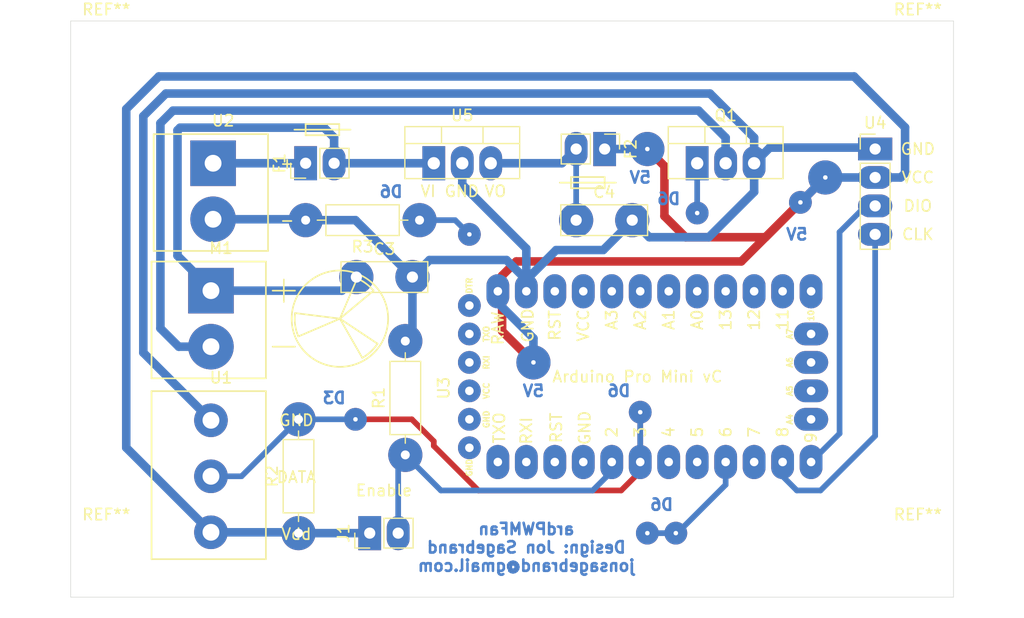
<source format=kicad_pcb>
(kicad_pcb (version 20171130) (host pcbnew 5.1.9-73d0e3b20d~88~ubuntu18.04.1)

  (general
    (thickness 1.6)
    (drawings 13)
    (tracks 128)
    (zones 0)
    (modules 19)
    (nets 39)
  )

  (page A4)
  (layers
    (0 F.Cu signal)
    (31 B.Cu signal)
    (32 B.Adhes user)
    (33 F.Adhes user)
    (34 B.Paste user)
    (35 F.Paste user)
    (36 B.SilkS user)
    (37 F.SilkS user)
    (38 B.Mask user)
    (39 F.Mask user)
    (40 Dwgs.User user)
    (41 Cmts.User user)
    (42 Eco1.User user)
    (43 Eco2.User user)
    (44 Edge.Cuts user)
    (45 Margin user)
    (46 B.CrtYd user)
    (47 F.CrtYd user)
    (48 B.Fab user)
    (49 F.Fab user)
  )

  (setup
    (last_trace_width 0.508)
    (trace_clearance 0.762)
    (zone_clearance 0.508)
    (zone_45_only no)
    (trace_min 0.2)
    (via_size 2.032)
    (via_drill 0.4)
    (via_min_size 0.4)
    (via_min_drill 0.3)
    (uvia_size 0.3)
    (uvia_drill 0.1)
    (uvias_allowed no)
    (uvia_min_size 0.2)
    (uvia_min_drill 0.1)
    (edge_width 0.05)
    (segment_width 0.2)
    (pcb_text_width 0.3)
    (pcb_text_size 1.5 1.5)
    (mod_edge_width 0.12)
    (mod_text_size 1 1)
    (mod_text_width 0.15)
    (pad_size 1.524 1.524)
    (pad_drill 0.762)
    (pad_to_mask_clearance 0)
    (aux_axis_origin 0 0)
    (visible_elements FFFFFF7F)
    (pcbplotparams
      (layerselection 0x010fc_ffffffff)
      (usegerberextensions false)
      (usegerberattributes true)
      (usegerberadvancedattributes true)
      (creategerberjobfile true)
      (excludeedgelayer true)
      (linewidth 0.100000)
      (plotframeref false)
      (viasonmask false)
      (mode 1)
      (useauxorigin false)
      (hpglpennumber 1)
      (hpglpenspeed 20)
      (hpglpendiameter 15.000000)
      (psnegative false)
      (psa4output false)
      (plotreference true)
      (plotvalue true)
      (plotinvisibletext false)
      (padsonsilk false)
      (subtractmaskfromsilk false)
      (outputformat 1)
      (mirror false)
      (drillshape 1)
      (scaleselection 1)
      (outputdirectory ""))
  )

  (net 0 "")
  (net 1 GND)
  (net 2 +12Vf)
  (net 3 "Net-(C4-Pad1)")
  (net 4 +12V)
  (net 5 +5V)
  (net 6 "Net-(J1-Pad2)")
  (net 7 "Net-(M1-Pad2)")
  (net 8 "Net-(Q1-Pad1)")
  (net 9 "Net-(R2-Pad2)")
  (net 10 "Net-(U3-Pad28)")
  (net 11 "Net-(U3-Pad27)")
  (net 12 "Net-(U3-Pad26)")
  (net 13 "Net-(U3-Pad25)")
  (net 14 "Net-(U3-Pad34)")
  (net 15 "Net-(U3-Pad33)")
  (net 16 "Net-(U3-Pad32)")
  (net 17 "Net-(U3-Pad31)")
  (net 18 "Net-(U3-Pad30)")
  (net 19 "Net-(U3-Pad29)")
  (net 20 "Net-(U3-Pad24)")
  (net 21 "Net-(U3-Pad23)")
  (net 22 "Net-(U3-Pad22)")
  (net 23 "Net-(U3-Pad21)")
  (net 24 "Net-(U3-Pad20)")
  (net 25 "Net-(U3-Pad19)")
  (net 26 "Net-(U3-Pad18)")
  (net 27 "Net-(U3-Pad17)")
  (net 28 "Net-(U3-Pad16)")
  (net 29 "Net-(U3-Pad15)")
  (net 30 "Net-(U3-Pad12)")
  (net 31 "Net-(U3-Pad11)")
  (net 32 "Net-(U3-Pad10)")
  (net 33 "Net-(U3-Pad8)")
  (net 34 "Net-(U3-Pad7)")
  (net 35 "Net-(U3-Pad4)")
  (net 36 "Net-(U3-Pad3)")
  (net 37 "Net-(U3-Pad2)")
  (net 38 "Net-(U3-Pad1)")

  (net_class Default "This is the default net class."
    (clearance 0.762)
    (trace_width 0.508)
    (via_dia 2.032)
    (via_drill 0.4)
    (uvia_dia 0.3)
    (uvia_drill 0.1)
    (add_net "Net-(J1-Pad2)")
    (add_net "Net-(Q1-Pad1)")
    (add_net "Net-(R2-Pad2)")
    (add_net "Net-(U3-Pad1)")
    (add_net "Net-(U3-Pad10)")
    (add_net "Net-(U3-Pad11)")
    (add_net "Net-(U3-Pad12)")
    (add_net "Net-(U3-Pad15)")
    (add_net "Net-(U3-Pad16)")
    (add_net "Net-(U3-Pad17)")
    (add_net "Net-(U3-Pad18)")
    (add_net "Net-(U3-Pad19)")
    (add_net "Net-(U3-Pad2)")
    (add_net "Net-(U3-Pad20)")
    (add_net "Net-(U3-Pad21)")
    (add_net "Net-(U3-Pad22)")
    (add_net "Net-(U3-Pad23)")
    (add_net "Net-(U3-Pad24)")
    (add_net "Net-(U3-Pad25)")
    (add_net "Net-(U3-Pad26)")
    (add_net "Net-(U3-Pad27)")
    (add_net "Net-(U3-Pad28)")
    (add_net "Net-(U3-Pad29)")
    (add_net "Net-(U3-Pad3)")
    (add_net "Net-(U3-Pad30)")
    (add_net "Net-(U3-Pad31)")
    (add_net "Net-(U3-Pad32)")
    (add_net "Net-(U3-Pad33)")
    (add_net "Net-(U3-Pad34)")
    (add_net "Net-(U3-Pad4)")
    (add_net "Net-(U3-Pad7)")
    (add_net "Net-(U3-Pad8)")
  )

  (net_class 30 ""
    (clearance 0.762)
    (trace_width 0.762)
    (via_dia 3.048)
    (via_drill 0.4)
    (uvia_dia 0.3)
    (uvia_drill 0.1)
    (add_net +12V)
    (add_net +12Vf)
    (add_net +5V)
    (add_net GND)
    (add_net "Net-(C4-Pad1)")
    (add_net "Net-(M1-Pad2)")
  )

  (module MountingHole:MountingHole_3.2mm_M3 (layer F.Cu) (tedit 56D1B4CB) (tstamp 6007C0B1)
    (at 207.645 114.935)
    (descr "Mounting Hole 3.2mm, no annular, M3")
    (tags "mounting hole 3.2mm no annular m3")
    (attr virtual)
    (fp_text reference REF** (at 0 -4.2) (layer F.SilkS)
      (effects (font (size 1 1) (thickness 0.15)))
    )
    (fp_text value MountingHole_3.2mm_M3 (at 0 4.2) (layer F.Fab)
      (effects (font (size 1 1) (thickness 0.15)))
    )
    (fp_circle (center 0 0) (end 3.45 0) (layer F.CrtYd) (width 0.05))
    (fp_circle (center 0 0) (end 3.2 0) (layer Cmts.User) (width 0.15))
    (fp_text user %R (at 0.3 0) (layer F.Fab)
      (effects (font (size 1 1) (thickness 0.15)))
    )
    (pad 1 np_thru_hole circle (at 0 0) (size 3.2 3.2) (drill 3.2) (layers *.Cu *.Mask))
  )

  (module MountingHole:MountingHole_3.2mm_M3 (layer F.Cu) (tedit 56D1B4CB) (tstamp 6007C094)
    (at 135.255 114.935)
    (descr "Mounting Hole 3.2mm, no annular, M3")
    (tags "mounting hole 3.2mm no annular m3")
    (attr virtual)
    (fp_text reference REF** (at 0 -4.2) (layer F.SilkS)
      (effects (font (size 1 1) (thickness 0.15)))
    )
    (fp_text value MountingHole_3.2mm_M3 (at 0 4.2) (layer F.Fab)
      (effects (font (size 1 1) (thickness 0.15)))
    )
    (fp_circle (center 0 0) (end 3.45 0) (layer F.CrtYd) (width 0.05))
    (fp_circle (center 0 0) (end 3.2 0) (layer Cmts.User) (width 0.15))
    (fp_text user %R (at 0.3 0) (layer F.Fab)
      (effects (font (size 1 1) (thickness 0.15)))
    )
    (pad 1 np_thru_hole circle (at 0 0) (size 3.2 3.2) (drill 3.2) (layers *.Cu *.Mask))
  )

  (module MountingHole:MountingHole_3.2mm_M3 (layer F.Cu) (tedit 56D1B4CB) (tstamp 6007C077)
    (at 207.645 69.85)
    (descr "Mounting Hole 3.2mm, no annular, M3")
    (tags "mounting hole 3.2mm no annular m3")
    (attr virtual)
    (fp_text reference REF** (at 0 -4.2) (layer F.SilkS)
      (effects (font (size 1 1) (thickness 0.15)))
    )
    (fp_text value MountingHole_3.2mm_M3 (at 0 4.2) (layer F.Fab)
      (effects (font (size 1 1) (thickness 0.15)))
    )
    (fp_circle (center 0 0) (end 3.45 0) (layer F.CrtYd) (width 0.05))
    (fp_circle (center 0 0) (end 3.2 0) (layer Cmts.User) (width 0.15))
    (fp_text user %R (at 0.3 0) (layer F.Fab)
      (effects (font (size 1 1) (thickness 0.15)))
    )
    (pad 1 np_thru_hole circle (at 0 0) (size 3.2 3.2) (drill 3.2) (layers *.Cu *.Mask))
  )

  (module MountingHole:MountingHole_3.2mm_M3 (layer F.Cu) (tedit 56D1B4CB) (tstamp 6007C05A)
    (at 135.255 69.85)
    (descr "Mounting Hole 3.2mm, no annular, M3")
    (tags "mounting hole 3.2mm no annular m3")
    (attr virtual)
    (fp_text reference REF** (at 0 -4.2) (layer F.SilkS)
      (effects (font (size 1 1) (thickness 0.15)))
    )
    (fp_text value MountingHole_3.2mm_M3 (at 0 4.2) (layer F.Fab)
      (effects (font (size 1 1) (thickness 0.15)))
    )
    (fp_circle (center 0 0) (end 3.45 0) (layer F.CrtYd) (width 0.05))
    (fp_circle (center 0 0) (end 3.2 0) (layer Cmts.User) (width 0.15))
    (fp_text user %R (at 0.3 0) (layer F.Fab)
      (effects (font (size 1 1) (thickness 0.15)))
    )
    (pad 1 np_thru_hole circle (at 0 0) (size 3.2 3.2) (drill 3.2) (layers *.Cu *.Mask))
  )

  (module My_Parts:LM7805_TO-220-3_Vertical_larger (layer F.Cu) (tedit 5EAC9CE9) (tstamp 6007A7DC)
    (at 164.465 79.375)
    (descr "TO-220-3, Vertical, RM 2.54mm, see https://www.vishay.com/docs/66542/to-220-1.pdf")
    (tags "TO-220-3 Vertical RM 2.54mm")
    (path /5FE5EB72)
    (fp_text reference U5 (at 2.54 -4.27) (layer F.SilkS)
      (effects (font (size 1 1) (thickness 0.15)))
    )
    (fp_text value L7805 (at 2 -6) (layer F.Fab) hide
      (effects (font (size 1 1) (thickness 0.15)))
    )
    (fp_line (start 7.79 -3.4) (end -2.71 -3.4) (layer F.CrtYd) (width 0.05))
    (fp_line (start 7.79 1.51) (end 7.79 -3.4) (layer F.CrtYd) (width 0.05))
    (fp_line (start -2.71 1.51) (end 7.79 1.51) (layer F.CrtYd) (width 0.05))
    (fp_line (start -2.71 -3.4) (end -2.71 1.51) (layer F.CrtYd) (width 0.05))
    (fp_line (start 4.391 -3.27) (end 4.391 -1.76) (layer F.SilkS) (width 0.12))
    (fp_line (start 0.69 -3.27) (end 0.69 -1.76) (layer F.SilkS) (width 0.12))
    (fp_line (start -2.58 -1.76) (end 7.66 -1.76) (layer F.SilkS) (width 0.12))
    (fp_line (start 7.66 -3.27) (end 7.66 1.371) (layer F.SilkS) (width 0.12))
    (fp_line (start -2.58 -3.27) (end -2.58 1.371) (layer F.SilkS) (width 0.12))
    (fp_line (start -2.58 1.371) (end 7.66 1.371) (layer F.SilkS) (width 0.12))
    (fp_line (start -2.58 -3.27) (end 7.66 -3.27) (layer F.SilkS) (width 0.12))
    (fp_line (start 4.39 -3.15) (end 4.39 -1.88) (layer F.Fab) (width 0.1))
    (fp_line (start 0.69 -3.15) (end 0.69 -1.88) (layer F.Fab) (width 0.1))
    (fp_line (start -2.46 -1.88) (end 7.54 -1.88) (layer F.Fab) (width 0.1))
    (fp_line (start 7.54 -3.15) (end -2.46 -3.15) (layer F.Fab) (width 0.1))
    (fp_line (start 7.54 1.25) (end 7.54 -3.15) (layer F.Fab) (width 0.1))
    (fp_line (start -2.46 1.25) (end 7.54 1.25) (layer F.Fab) (width 0.1))
    (fp_line (start -2.46 -3.15) (end -2.46 1.25) (layer F.Fab) (width 0.1))
    (fp_text user VO (at 5.5 2.5) (layer F.SilkS)
      (effects (font (size 1 1) (thickness 0.15)))
    )
    (fp_text user GND (at 2.5 2.5) (layer F.SilkS)
      (effects (font (size 1 1) (thickness 0.15)))
    )
    (fp_text user VI (at -0.5 2.5) (layer F.SilkS)
      (effects (font (size 1 1) (thickness 0.15)))
    )
    (fp_text user %R (at 2.54 -4.27) (layer F.Fab)
      (effects (font (size 1 1) (thickness 0.15)))
    )
    (pad 3 thru_hole oval (at 5.08 0) (size 2.032 3.048) (drill 1.1) (layers *.Cu *.Mask)
      (net 3 "Net-(C4-Pad1)"))
    (pad 2 thru_hole oval (at 2.54 0) (size 2.032 3.048) (drill 1.1) (layers *.Cu *.Mask)
      (net 1 GND))
    (pad 1 thru_hole rect (at 0 0) (size 2.032 3.048) (drill 1.1) (layers *.Cu *.Mask)
      (net 2 +12Vf))
    (model ${KISYS3DMOD}/Package_TO_SOT_THT.3dshapes/TO-220-3_Vertical.wrl
      (at (xyz 0 0 0))
      (scale (xyz 1 1 1))
      (rotate (xyz 0 0 0))
    )
  )

  (module My_Headers:4-pin_TM1637_header_large (layer F.Cu) (tedit 5FE5F714) (tstamp 6007A7BF)
    (at 203.835 78.105)
    (descr "Through hole straight pin header, 1x04, 2.54mm pitch, single row")
    (tags "Through hole pin header THT 1x04 2.54mm single row")
    (path /5FEF9893)
    (fp_text reference U4 (at 0 -2.33) (layer F.SilkS)
      (effects (font (size 1 1) (thickness 0.15)))
    )
    (fp_text value TM1637_4x7-segment_display (at 0 9.95) (layer F.Fab) hide
      (effects (font (size 1 1) (thickness 0.15)))
    )
    (fp_line (start 1.8 -1.8) (end -1.8 -1.8) (layer F.CrtYd) (width 0.05))
    (fp_line (start 1.8 9.4) (end 1.8 -1.8) (layer F.CrtYd) (width 0.05))
    (fp_line (start -1.8 9.4) (end 1.8 9.4) (layer F.CrtYd) (width 0.05))
    (fp_line (start -1.8 -1.8) (end -1.8 9.4) (layer F.CrtYd) (width 0.05))
    (fp_line (start -1.33 -1.33) (end 0 -1.33) (layer F.SilkS) (width 0.12))
    (fp_line (start -1.33 0) (end -1.33 -1.33) (layer F.SilkS) (width 0.12))
    (fp_line (start -1.33 1.27) (end 1.33 1.27) (layer F.SilkS) (width 0.12))
    (fp_line (start 1.33 1.27) (end 1.33 8.95) (layer F.SilkS) (width 0.12))
    (fp_line (start -1.33 1.27) (end -1.33 8.95) (layer F.SilkS) (width 0.12))
    (fp_line (start -1.33 8.95) (end 1.33 8.95) (layer F.SilkS) (width 0.12))
    (fp_line (start -1.27 -0.635) (end -0.635 -1.27) (layer F.Fab) (width 0.1))
    (fp_line (start -1.27 8.89) (end -1.27 -0.635) (layer F.Fab) (width 0.1))
    (fp_line (start 1.27 8.89) (end -1.27 8.89) (layer F.Fab) (width 0.1))
    (fp_line (start 1.27 -1.27) (end 1.27 8.89) (layer F.Fab) (width 0.1))
    (fp_line (start -0.635 -1.27) (end 1.27 -1.27) (layer F.Fab) (width 0.1))
    (fp_text user CLK (at 3.81 7.62) (layer F.SilkS)
      (effects (font (size 1 1) (thickness 0.15)))
    )
    (fp_text user DIO (at 3.81 5.08) (layer F.SilkS)
      (effects (font (size 1 1) (thickness 0.15)))
    )
    (fp_text user VCC (at 3.81 2.54) (layer F.SilkS)
      (effects (font (size 1 1) (thickness 0.15)))
    )
    (fp_text user GND (at 3.81 0) (layer F.SilkS)
      (effects (font (size 1 1) (thickness 0.15)))
    )
    (pad 4 thru_hole oval (at 0 7.62) (size 3.048 2.032) (drill 1) (layers *.Cu *.Mask)
      (net 31 "Net-(U3-Pad11)"))
    (pad 3 thru_hole oval (at 0 5.08) (size 3.048 2.032) (drill 1) (layers *.Cu *.Mask)
      (net 30 "Net-(U3-Pad12)"))
    (pad 2 thru_hole oval (at 0 2.54) (size 3.048 2.032) (drill 1) (layers *.Cu *.Mask)
      (net 5 +5V))
    (pad 1 thru_hole rect (at 0 0) (size 3.048 2.032) (drill 1) (layers *.Cu *.Mask)
      (net 1 GND))
    (model ${KISYS3DMOD}/Connector_PinHeader_2.54mm.3dshapes/PinHeader_1x04_P2.54mm_Vertical.wrl
      (at (xyz 0 0 0))
      (scale (xyz 1 1 1))
      (rotate (xyz 0 0 0))
    )
  )

  (module My_Arduino:Arduino_Pro_Mini_vC_larger_pads (layer F.Cu) (tedit 5E6C2A47) (tstamp 6007A7A4)
    (at 166.243 107.315 90)
    (path /5FE5DD9A)
    (fp_text reference U3 (at 7.874 -0.889 90) (layer F.SilkS)
      (effects (font (size 1 1) (thickness 0.15)))
    )
    (fp_text value Arduino_Mini_Pro (at 7.874 -2.159 90) (layer F.Fab) hide
      (effects (font (size 1 1) (thickness 0.15)))
    )
    (fp_line (start 0 33.274) (end 0 0) (layer F.Fab) (width 0.12))
    (fp_line (start 18.034 33.274) (end 0 33.274) (layer F.Fab) (width 0.12))
    (fp_line (start 18.034 0) (end 18.034 33.274) (layer F.Fab) (width 0.12))
    (fp_line (start 0 0) (end 18.034 0) (layer F.Fab) (width 0.12))
    (fp_text user "Arduino Pro Mini vC" (at 8.89 16.383 180) (layer F.SilkS)
      (effects (font (size 1 1) (thickness 0.15)))
    )
    (fp_text user A7 (at 12.7 29.972 90) (layer F.SilkS)
      (effects (font (size 0.508 0.508) (thickness 0.127)))
    )
    (fp_text user A6 (at 10.16 29.972 90) (layer F.SilkS)
      (effects (font (size 0.508 0.508) (thickness 0.127)))
    )
    (fp_text user A5 (at 7.62 29.972 90) (layer F.SilkS)
      (effects (font (size 0.508 0.508) (thickness 0.127)))
    )
    (fp_text user A4 (at 5.08 29.972 90) (layer F.SilkS)
      (effects (font (size 0.508 0.508) (thickness 0.127)))
    )
    (fp_text user GND (at 0.762 1.397 90) (layer F.SilkS)
      (effects (font (size 0.508 0.508) (thickness 0.127)))
    )
    (fp_text user DTR (at 17.018 1.397 90) (layer F.SilkS)
      (effects (font (size 0.508 0.508) (thickness 0.127)))
    )
    (fp_text user TXO (at 12.7 2.921 90) (layer F.SilkS)
      (effects (font (size 0.508 0.508) (thickness 0.127)))
    )
    (fp_text user RXI (at 10.16 2.921 90) (layer F.SilkS)
      (effects (font (size 0.508 0.508) (thickness 0.127)))
    )
    (fp_text user VCC (at 7.62 2.921 90) (layer F.SilkS)
      (effects (font (size 0.508 0.508) (thickness 0.127)))
    )
    (fp_text user GND (at 5.08 2.921 90) (layer F.SilkS)
      (effects (font (size 0.508 0.508) (thickness 0.127)))
    )
    (fp_text user 10 (at 14.351 31.877 90) (layer F.SilkS)
      (effects (font (size 0.508 0.508) (thickness 0.127)))
    )
    (fp_text user 11 (at 13.97 29.337 90) (layer F.SilkS)
      (effects (font (size 1 1) (thickness 0.15)))
    )
    (fp_text user 12 (at 13.97 26.797 90) (layer F.SilkS)
      (effects (font (size 1 1) (thickness 0.15)))
    )
    (fp_text user 13 (at 13.97 24.257 90) (layer F.SilkS)
      (effects (font (size 1 1) (thickness 0.15)))
    )
    (fp_text user A0 (at 13.97 21.717 90) (layer F.SilkS)
      (effects (font (size 1 1) (thickness 0.15)))
    )
    (fp_text user A1 (at 13.97 19.177 90) (layer F.SilkS)
      (effects (font (size 1 1) (thickness 0.15)))
    )
    (fp_text user A2 (at 13.97 16.637 90) (layer F.SilkS)
      (effects (font (size 1 1) (thickness 0.15)))
    )
    (fp_text user A3 (at 13.97 14.097 90) (layer F.SilkS)
      (effects (font (size 1 1) (thickness 0.15)))
    )
    (fp_text user VCC (at 13.462 11.557 90) (layer F.SilkS)
      (effects (font (size 1 1) (thickness 0.15)))
    )
    (fp_text user RST (at 13.462 9.017 90) (layer F.SilkS)
      (effects (font (size 1 1) (thickness 0.15)))
    )
    (fp_text user GND (at 13.462 6.604 90) (layer F.SilkS)
      (effects (font (size 1 1) (thickness 0.15)))
    )
    (fp_text user RAW (at 13.208 3.937 90) (layer F.SilkS)
      (effects (font (size 1 1) (thickness 0.15)))
    )
    (fp_text user 9 (at 3.429 31.877 90) (layer F.SilkS)
      (effects (font (size 1 1) (thickness 0.15)))
    )
    (fp_text user 8 (at 3.937 29.337 90) (layer F.SilkS)
      (effects (font (size 1 1) (thickness 0.15)))
    )
    (fp_text user 7 (at 3.937 26.797 90) (layer F.SilkS)
      (effects (font (size 1 1) (thickness 0.15)))
    )
    (fp_text user 6 (at 3.937 24.257 90) (layer F.SilkS)
      (effects (font (size 1 1) (thickness 0.15)))
    )
    (fp_text user 5 (at 3.937 21.717 90) (layer F.SilkS)
      (effects (font (size 1 1) (thickness 0.15)))
    )
    (fp_text user 4 (at 3.937 19.177 90) (layer F.SilkS)
      (effects (font (size 1 1) (thickness 0.15)))
    )
    (fp_text user 3 (at 3.937 16.637 90) (layer F.SilkS)
      (effects (font (size 1 1) (thickness 0.15)))
    )
    (fp_text user 2 (at 3.937 14.097 90) (layer F.SilkS)
      (effects (font (size 1 1) (thickness 0.15)))
    )
    (fp_text user GND (at 4.318 11.684 90) (layer F.SilkS)
      (effects (font (size 1 1) (thickness 0.15)))
    )
    (fp_text user RST (at 4.318 9.144 90) (layer F.SilkS)
      (effects (font (size 1 1) (thickness 0.15)))
    )
    (fp_text user RXI (at 4.064 6.477 90) (layer F.SilkS)
      (effects (font (size 1 1) (thickness 0.15)))
    )
    (fp_text user TXO (at 4.318 4.064 90) (layer F.SilkS)
      (effects (font (size 1 1) (thickness 0.15)))
    )
    (pad 28 thru_hole oval (at 12.7 31.877 90) (size 2.032 3.048) (drill 0.762) (layers *.Cu *.Mask)
      (net 10 "Net-(U3-Pad28)"))
    (pad 27 thru_hole oval (at 10.16 31.877 90) (size 2.032 3.048) (drill 0.762) (layers *.Cu *.Mask)
      (net 11 "Net-(U3-Pad27)"))
    (pad 26 thru_hole oval (at 7.62 31.877 90) (size 2.032 3.048) (drill 0.762) (layers *.Cu *.Mask)
      (net 12 "Net-(U3-Pad26)"))
    (pad 25 thru_hole oval (at 5.08 31.877 90) (size 2.032 3.048) (drill 0.762) (layers *.Cu *.Mask)
      (net 13 "Net-(U3-Pad25)"))
    (pad 34 thru_hole oval (at 15.24 1.397 90) (size 2.032 2.032) (drill 0.762) (layers *.Cu *.Mask)
      (net 14 "Net-(U3-Pad34)"))
    (pad 33 thru_hole oval (at 12.7 1.397 90) (size 2.032 2.032) (drill 0.762) (layers *.Cu *.Mask)
      (net 15 "Net-(U3-Pad33)"))
    (pad 32 thru_hole oval (at 10.16 1.397 90) (size 2.032 2.032) (drill 0.762) (layers *.Cu *.Mask)
      (net 16 "Net-(U3-Pad32)"))
    (pad 31 thru_hole oval (at 7.62 1.397 90) (size 2.032 2.032) (drill 0.762) (layers *.Cu *.Mask)
      (net 17 "Net-(U3-Pad31)"))
    (pad 30 thru_hole oval (at 5.08 1.397 90) (size 2.032 2.032) (drill 0.762) (layers *.Cu *.Mask)
      (net 18 "Net-(U3-Pad30)"))
    (pad 29 thru_hole oval (at 2.54 1.397 90) (size 2.032 2.032) (drill 0.762) (layers *.Cu *.Mask)
      (net 19 "Net-(U3-Pad29)"))
    (pad 24 thru_hole oval (at 16.51 31.877 90) (size 3.048 2.032) (drill 0.762) (layers *.Cu *.Mask)
      (net 20 "Net-(U3-Pad24)"))
    (pad 23 thru_hole oval (at 16.51 29.337 90) (size 3.048 2.032) (drill 0.762) (layers *.Cu *.Mask)
      (net 21 "Net-(U3-Pad23)"))
    (pad 22 thru_hole oval (at 16.51 26.797 90) (size 3.048 2.032) (drill 0.762) (layers *.Cu *.Mask)
      (net 22 "Net-(U3-Pad22)"))
    (pad 21 thru_hole oval (at 16.51 24.257 90) (size 3.048 2.032) (drill 0.762) (layers *.Cu *.Mask)
      (net 23 "Net-(U3-Pad21)"))
    (pad 20 thru_hole oval (at 16.51 21.717 90) (size 3.048 2.032) (drill 0.762) (layers *.Cu *.Mask)
      (net 24 "Net-(U3-Pad20)"))
    (pad 19 thru_hole oval (at 16.51 19.177 90) (size 3.048 2.032) (drill 0.762) (layers *.Cu *.Mask)
      (net 25 "Net-(U3-Pad19)"))
    (pad 18 thru_hole oval (at 16.51 16.637 90) (size 3.048 2.032) (drill 0.762) (layers *.Cu *.Mask)
      (net 26 "Net-(U3-Pad18)"))
    (pad 17 thru_hole oval (at 16.51 14.097 90) (size 3.048 2.032) (drill 0.762) (layers *.Cu *.Mask)
      (net 27 "Net-(U3-Pad17)"))
    (pad 16 thru_hole oval (at 16.51 11.557 90) (size 3.048 2.032) (drill 0.762) (layers *.Cu *.Mask)
      (net 28 "Net-(U3-Pad16)"))
    (pad 15 thru_hole oval (at 16.51 9.017 90) (size 3.048 2.032) (drill 0.762) (layers *.Cu *.Mask)
      (net 29 "Net-(U3-Pad15)"))
    (pad 14 thru_hole oval (at 16.51 6.477 90) (size 3.048 2.032) (drill 0.762) (layers *.Cu *.Mask)
      (net 1 GND))
    (pad 13 thru_hole oval (at 16.51 3.937 90) (size 3.048 2.032) (drill 0.762) (layers *.Cu *.Mask)
      (net 5 +5V))
    (pad 12 thru_hole oval (at 1.27 31.877 90) (size 3.048 2.032) (drill 0.762) (layers *.Cu *.Mask)
      (net 30 "Net-(U3-Pad12)"))
    (pad 11 thru_hole oval (at 1.27 29.337 90) (size 3.048 2.032) (drill 0.762) (layers *.Cu *.Mask)
      (net 31 "Net-(U3-Pad11)"))
    (pad 10 thru_hole oval (at 1.27 26.797 90) (size 3.048 2.032) (drill 0.762) (layers *.Cu *.Mask)
      (net 32 "Net-(U3-Pad10)"))
    (pad 9 thru_hole oval (at 1.27 24.257 90) (size 3.048 2.032) (drill 0.762) (layers *.Cu *.Mask)
      (net 8 "Net-(Q1-Pad1)"))
    (pad 8 thru_hole oval (at 1.27 21.717 90) (size 3.048 2.032) (drill 0.762) (layers *.Cu *.Mask)
      (net 33 "Net-(U3-Pad8)"))
    (pad 7 thru_hole oval (at 1.27 19.177 90) (size 3.048 2.032) (drill 0.762) (layers *.Cu *.Mask)
      (net 34 "Net-(U3-Pad7)"))
    (pad 6 thru_hole oval (at 1.27 16.637 90) (size 3.048 2.032) (drill 0.762) (layers *.Cu *.Mask)
      (net 9 "Net-(R2-Pad2)"))
    (pad 5 thru_hole oval (at 1.27 14.097 90) (size 3.048 2.032) (drill 0.762) (layers *.Cu *.Mask)
      (net 6 "Net-(J1-Pad2)"))
    (pad 4 thru_hole oval (at 1.27 11.557 90) (size 3.048 2.032) (drill 0.762) (layers *.Cu *.Mask)
      (net 35 "Net-(U3-Pad4)"))
    (pad 3 thru_hole oval (at 1.27 9.017 90) (size 3.048 2.032) (drill 0.762) (layers *.Cu *.Mask)
      (net 36 "Net-(U3-Pad3)"))
    (pad 2 thru_hole oval (at 1.27 6.477 90) (size 3.048 2.032) (drill 0.762) (layers *.Cu *.Mask)
      (net 37 "Net-(U3-Pad2)"))
    (pad 1 thru_hole oval (at 1.27 3.937 90) (size 3.048 2.032) (drill 0.762) (layers *.Cu *.Mask)
      (net 38 "Net-(U3-Pad1)"))
  )

  (module My_Parts:2-pole_power_in_screw_terminal (layer F.Cu) (tedit 5EB720AC) (tstamp 6007A757)
    (at 144.78 79.375)
    (path /5FFBC0C9)
    (fp_text reference U2 (at 0.9 -3.8) (layer F.SilkS)
      (effects (font (size 1 1) (thickness 0.15)))
    )
    (fp_text value 2-pole_power_in_screw_terminal (at 0.9 -5.3) (layer F.Fab) hide
      (effects (font (size 1 1) (thickness 0.15)))
    )
    (fp_line (start 4.9 -2.6) (end 4.9 7.828) (layer F.SilkS) (width 0.15))
    (fp_line (start -5.3 -2.6) (end -5.3 7.828) (layer F.SilkS) (width 0.15))
    (fp_line (start 4.9 7.828) (end -5.3 7.828) (layer F.SilkS) (width 0.15))
    (fp_line (start -5.3 -2.6) (end 4.9 -2.6) (layer F.SilkS) (width 0.15))
    (fp_text user + (at 6.604 0) (layer F.SilkS)
      (effects (font (size 1 1) (thickness 0.15)))
    )
    (fp_text user - (at 6.604 5.08) (layer F.SilkS)
      (effects (font (size 1 1) (thickness 0.15)))
    )
    (pad 1 thru_hole rect (at 0 0) (size 4.064 4.064) (drill 1.5) (layers *.Cu *.Mask)
      (net 4 +12V))
    (pad 2 thru_hole circle (at 0 5) (size 4.064 4.064) (drill 1.5) (layers *.Cu *.Mask)
      (net 1 GND))
  )

  (module My_Parts:3-pole_DS18B20_screw_terminal (layer F.Cu) (tedit 6007468A) (tstamp 6007A74B)
    (at 144.59 102.32)
    (path /600BD0D3)
    (fp_text reference U1 (at 0.9 -3.8) (layer F.SilkS)
      (effects (font (size 1 1) (thickness 0.15)))
    )
    (fp_text value DS18B20 (at 0 13.97) (layer F.Fab) hide
      (effects (font (size 1 1) (thickness 0.15)))
    )
    (fp_line (start 4.9 -2.6) (end 4.9 12.4) (layer F.SilkS) (width 0.15))
    (fp_line (start 4.9 12.4) (end -5.3 12.4) (layer F.SilkS) (width 0.15))
    (fp_line (start -5.3 12.4) (end -5.3 -2.6) (layer F.SilkS) (width 0.15))
    (fp_line (start -5.3 -2.6) (end 4.9 -2.6) (layer F.SilkS) (width 0.15))
    (fp_text user Vdd (at 7.62 10.16) (layer F.SilkS)
      (effects (font (size 1 1) (thickness 0.15)))
    )
    (fp_text user DATA (at 7.62 5.08) (layer F.SilkS)
      (effects (font (size 1 1) (thickness 0.15)))
    )
    (fp_text user GND (at 7.62 0) (layer F.SilkS)
      (effects (font (size 1 1) (thickness 0.15)))
    )
    (pad 3 thru_hole circle (at 0 10) (size 3 3) (drill 1.5) (layers *.Cu *.Mask)
      (net 5 +5V))
    (pad 2 thru_hole circle (at 0 5) (size 3 3) (drill 1.5) (layers *.Cu *.Mask)
      (net 9 "Net-(R2-Pad2)"))
    (pad 1 thru_hole circle (at 0 0) (size 3 3) (drill 1.5) (layers *.Cu *.Mask)
      (net 1 GND))
  )

  (module My_Misc:R_Axial_DIN0207_L6.3mm_D2.5mm_P10.16mm_Horizontal_larger_pads (layer F.Cu) (tedit 5E4D8416) (tstamp 6007A73D)
    (at 163.195 84.455 180)
    (descr "Resistor, Axial_DIN0207 series, Axial, Horizontal, pin pitch=10.16mm, 0.25W = 1/4W, length*diameter=6.3*2.5mm^2, http://cdn-reichelt.de/documents/datenblatt/B400/1_4W%23YAG.pdf")
    (tags "Resistor Axial_DIN0207 series Axial Horizontal pin pitch 10.16mm 0.25W = 1/4W length 6.3mm diameter 2.5mm")
    (path /5FE8B6A2)
    (fp_text reference R3 (at 5.08 -2.37) (layer F.SilkS)
      (effects (font (size 1 1) (thickness 0.15)))
    )
    (fp_text value 10k (at 5.08 2.37) (layer F.Fab) hide
      (effects (font (size 1 1) (thickness 0.15)))
    )
    (fp_line (start 11.21 -1.5) (end -1.05 -1.5) (layer F.CrtYd) (width 0.05))
    (fp_line (start 11.21 1.5) (end 11.21 -1.5) (layer F.CrtYd) (width 0.05))
    (fp_line (start -1.05 1.5) (end 11.21 1.5) (layer F.CrtYd) (width 0.05))
    (fp_line (start -1.05 -1.5) (end -1.05 1.5) (layer F.CrtYd) (width 0.05))
    (fp_line (start 9.12 0) (end 8.35 0) (layer F.SilkS) (width 0.12))
    (fp_line (start 1.04 0) (end 1.81 0) (layer F.SilkS) (width 0.12))
    (fp_line (start 8.35 -1.37) (end 1.81 -1.37) (layer F.SilkS) (width 0.12))
    (fp_line (start 8.35 1.37) (end 8.35 -1.37) (layer F.SilkS) (width 0.12))
    (fp_line (start 1.81 1.37) (end 8.35 1.37) (layer F.SilkS) (width 0.12))
    (fp_line (start 1.81 -1.37) (end 1.81 1.37) (layer F.SilkS) (width 0.12))
    (fp_line (start 10.16 0) (end 8.23 0) (layer F.Fab) (width 0.1))
    (fp_line (start 0 0) (end 1.93 0) (layer F.Fab) (width 0.1))
    (fp_line (start 8.23 -1.25) (end 1.93 -1.25) (layer F.Fab) (width 0.1))
    (fp_line (start 8.23 1.25) (end 8.23 -1.25) (layer F.Fab) (width 0.1))
    (fp_line (start 1.93 1.25) (end 8.23 1.25) (layer F.Fab) (width 0.1))
    (fp_line (start 1.93 -1.25) (end 1.93 1.25) (layer F.Fab) (width 0.1))
    (fp_text user %R (at 5.08 0) (layer F.Fab)
      (effects (font (size 1 1) (thickness 0.15)))
    )
    (pad 2 thru_hole circle (at 10.16 0 180) (size 3.048 3.048) (drill 0.8) (layers *.Cu *.Mask)
      (net 1 GND))
    (pad 1 thru_hole circle (at 0 0 180) (size 3.048 3.048) (drill 0.8) (layers *.Cu *.Mask)
      (net 8 "Net-(Q1-Pad1)"))
    (model ${KISYS3DMOD}/Resistor_THT.3dshapes/R_Axial_DIN0207_L6.3mm_D2.5mm_P10.16mm_Horizontal.wrl
      (at (xyz 0 0 0))
      (scale (xyz 1 1 1))
      (rotate (xyz 0 0 0))
    )
  )

  (module My_Misc:R_Axial_DIN0207_L6.3mm_D2.5mm_P10.16mm_Horizontal_larger_pads (layer F.Cu) (tedit 5E4D8416) (tstamp 6007A726)
    (at 152.4 112.395 90)
    (descr "Resistor, Axial_DIN0207 series, Axial, Horizontal, pin pitch=10.16mm, 0.25W = 1/4W, length*diameter=6.3*2.5mm^2, http://cdn-reichelt.de/documents/datenblatt/B400/1_4W%23YAG.pdf")
    (tags "Resistor Axial_DIN0207 series Axial Horizontal pin pitch 10.16mm 0.25W = 1/4W length 6.3mm diameter 2.5mm")
    (path /600D1D11)
    (fp_text reference R2 (at 5.08 -2.37 90) (layer F.SilkS)
      (effects (font (size 1 1) (thickness 0.15)))
    )
    (fp_text value 4.7k (at 5.08 2.37 90) (layer F.Fab) hide
      (effects (font (size 1 1) (thickness 0.15)))
    )
    (fp_line (start 11.21 -1.5) (end -1.05 -1.5) (layer F.CrtYd) (width 0.05))
    (fp_line (start 11.21 1.5) (end 11.21 -1.5) (layer F.CrtYd) (width 0.05))
    (fp_line (start -1.05 1.5) (end 11.21 1.5) (layer F.CrtYd) (width 0.05))
    (fp_line (start -1.05 -1.5) (end -1.05 1.5) (layer F.CrtYd) (width 0.05))
    (fp_line (start 9.12 0) (end 8.35 0) (layer F.SilkS) (width 0.12))
    (fp_line (start 1.04 0) (end 1.81 0) (layer F.SilkS) (width 0.12))
    (fp_line (start 8.35 -1.37) (end 1.81 -1.37) (layer F.SilkS) (width 0.12))
    (fp_line (start 8.35 1.37) (end 8.35 -1.37) (layer F.SilkS) (width 0.12))
    (fp_line (start 1.81 1.37) (end 8.35 1.37) (layer F.SilkS) (width 0.12))
    (fp_line (start 1.81 -1.37) (end 1.81 1.37) (layer F.SilkS) (width 0.12))
    (fp_line (start 10.16 0) (end 8.23 0) (layer F.Fab) (width 0.1))
    (fp_line (start 0 0) (end 1.93 0) (layer F.Fab) (width 0.1))
    (fp_line (start 8.23 -1.25) (end 1.93 -1.25) (layer F.Fab) (width 0.1))
    (fp_line (start 8.23 1.25) (end 8.23 -1.25) (layer F.Fab) (width 0.1))
    (fp_line (start 1.93 1.25) (end 8.23 1.25) (layer F.Fab) (width 0.1))
    (fp_line (start 1.93 -1.25) (end 1.93 1.25) (layer F.Fab) (width 0.1))
    (fp_text user %R (at 5.08 0 90) (layer F.Fab)
      (effects (font (size 1 1) (thickness 0.15)))
    )
    (pad 2 thru_hole circle (at 10.16 0 90) (size 3.048 3.048) (drill 0.8) (layers *.Cu *.Mask)
      (net 9 "Net-(R2-Pad2)"))
    (pad 1 thru_hole circle (at 0 0 90) (size 3.048 3.048) (drill 0.8) (layers *.Cu *.Mask)
      (net 5 +5V))
    (model ${KISYS3DMOD}/Resistor_THT.3dshapes/R_Axial_DIN0207_L6.3mm_D2.5mm_P10.16mm_Horizontal.wrl
      (at (xyz 0 0 0))
      (scale (xyz 1 1 1))
      (rotate (xyz 0 0 0))
    )
  )

  (module My_Misc:R_Axial_DIN0207_L6.3mm_D2.5mm_P10.16mm_Horizontal_larger_pads (layer F.Cu) (tedit 5E4D8416) (tstamp 6007A70F)
    (at 161.925 105.41 90)
    (descr "Resistor, Axial_DIN0207 series, Axial, Horizontal, pin pitch=10.16mm, 0.25W = 1/4W, length*diameter=6.3*2.5mm^2, http://cdn-reichelt.de/documents/datenblatt/B400/1_4W%23YAG.pdf")
    (tags "Resistor Axial_DIN0207 series Axial Horizontal pin pitch 10.16mm 0.25W = 1/4W length 6.3mm diameter 2.5mm")
    (path /600B832E)
    (fp_text reference R1 (at 5.08 -2.37 90) (layer F.SilkS)
      (effects (font (size 1 1) (thickness 0.15)))
    )
    (fp_text value 10k (at 5.08 2.37 90) (layer F.Fab) hide
      (effects (font (size 1 1) (thickness 0.15)))
    )
    (fp_line (start 11.21 -1.5) (end -1.05 -1.5) (layer F.CrtYd) (width 0.05))
    (fp_line (start 11.21 1.5) (end 11.21 -1.5) (layer F.CrtYd) (width 0.05))
    (fp_line (start -1.05 1.5) (end 11.21 1.5) (layer F.CrtYd) (width 0.05))
    (fp_line (start -1.05 -1.5) (end -1.05 1.5) (layer F.CrtYd) (width 0.05))
    (fp_line (start 9.12 0) (end 8.35 0) (layer F.SilkS) (width 0.12))
    (fp_line (start 1.04 0) (end 1.81 0) (layer F.SilkS) (width 0.12))
    (fp_line (start 8.35 -1.37) (end 1.81 -1.37) (layer F.SilkS) (width 0.12))
    (fp_line (start 8.35 1.37) (end 8.35 -1.37) (layer F.SilkS) (width 0.12))
    (fp_line (start 1.81 1.37) (end 8.35 1.37) (layer F.SilkS) (width 0.12))
    (fp_line (start 1.81 -1.37) (end 1.81 1.37) (layer F.SilkS) (width 0.12))
    (fp_line (start 10.16 0) (end 8.23 0) (layer F.Fab) (width 0.1))
    (fp_line (start 0 0) (end 1.93 0) (layer F.Fab) (width 0.1))
    (fp_line (start 8.23 -1.25) (end 1.93 -1.25) (layer F.Fab) (width 0.1))
    (fp_line (start 8.23 1.25) (end 8.23 -1.25) (layer F.Fab) (width 0.1))
    (fp_line (start 1.93 1.25) (end 8.23 1.25) (layer F.Fab) (width 0.1))
    (fp_line (start 1.93 -1.25) (end 1.93 1.25) (layer F.Fab) (width 0.1))
    (fp_text user %R (at 5.08 0 90) (layer F.Fab)
      (effects (font (size 1 1) (thickness 0.15)))
    )
    (pad 2 thru_hole circle (at 10.16 0 90) (size 3.048 3.048) (drill 0.8) (layers *.Cu *.Mask)
      (net 1 GND))
    (pad 1 thru_hole circle (at 0 0 90) (size 3.048 3.048) (drill 0.8) (layers *.Cu *.Mask)
      (net 6 "Net-(J1-Pad2)"))
    (model ${KISYS3DMOD}/Resistor_THT.3dshapes/R_Axial_DIN0207_L6.3mm_D2.5mm_P10.16mm_Horizontal.wrl
      (at (xyz 0 0 0))
      (scale (xyz 1 1 1))
      (rotate (xyz 0 0 0))
    )
  )

  (module My_Misc:TO-220-3_Vertical_larger (layer F.Cu) (tedit 5ED7C751) (tstamp 6007A6F8)
    (at 187.96 79.375)
    (descr "TO-220-3, Vertical, RM 2.54mm, see https://www.vishay.com/docs/66542/to-220-1.pdf")
    (tags "TO-220-3 Vertical RM 2.54mm")
    (path /5FF60F83)
    (fp_text reference Q1 (at 2.54 -4.27) (layer F.SilkS)
      (effects (font (size 1 1) (thickness 0.15)))
    )
    (fp_text value 20N6003 (at 2.54 2.5) (layer F.Fab)
      (effects (font (size 1 1) (thickness 0.15)))
    )
    (fp_line (start -2.46 -3.15) (end -2.46 1.25) (layer F.Fab) (width 0.1))
    (fp_line (start -2.46 1.25) (end 7.54 1.25) (layer F.Fab) (width 0.1))
    (fp_line (start 7.54 1.25) (end 7.54 -3.15) (layer F.Fab) (width 0.1))
    (fp_line (start 7.54 -3.15) (end -2.46 -3.15) (layer F.Fab) (width 0.1))
    (fp_line (start -2.46 -1.88) (end 7.54 -1.88) (layer F.Fab) (width 0.1))
    (fp_line (start 0.69 -3.15) (end 0.69 -1.88) (layer F.Fab) (width 0.1))
    (fp_line (start 4.39 -3.15) (end 4.39 -1.88) (layer F.Fab) (width 0.1))
    (fp_line (start -2.58 -3.27) (end 7.66 -3.27) (layer F.SilkS) (width 0.12))
    (fp_line (start -2.58 1.371) (end 7.66 1.371) (layer F.SilkS) (width 0.12))
    (fp_line (start -2.58 -3.27) (end -2.58 1.371) (layer F.SilkS) (width 0.12))
    (fp_line (start 7.66 -3.27) (end 7.66 1.371) (layer F.SilkS) (width 0.12))
    (fp_line (start -2.58 -1.76) (end 7.66 -1.76) (layer F.SilkS) (width 0.12))
    (fp_line (start 0.69 -3.27) (end 0.69 -1.76) (layer F.SilkS) (width 0.12))
    (fp_line (start 4.391 -3.27) (end 4.391 -1.76) (layer F.SilkS) (width 0.12))
    (fp_line (start -2.71 -3.4) (end -2.71 1.51) (layer F.CrtYd) (width 0.05))
    (fp_line (start -2.71 1.51) (end 7.79 1.51) (layer F.CrtYd) (width 0.05))
    (fp_line (start 7.79 1.51) (end 7.79 -3.4) (layer F.CrtYd) (width 0.05))
    (fp_line (start 7.79 -3.4) (end -2.71 -3.4) (layer F.CrtYd) (width 0.05))
    (fp_text user %R (at 2.54 -4.27) (layer F.Fab)
      (effects (font (size 1 1) (thickness 0.15)))
    )
    (pad 3 thru_hole oval (at 5.08 0) (size 2.032 3.048) (drill 1.1) (layers *.Cu *.Mask)
      (net 1 GND))
    (pad 2 thru_hole oval (at 2.54 0) (size 2.032 3.048) (drill 1.1) (layers *.Cu *.Mask)
      (net 7 "Net-(M1-Pad2)"))
    (pad 1 thru_hole rect (at 0 0) (size 2.032 3.048) (drill 1.1) (layers *.Cu *.Mask)
      (net 8 "Net-(Q1-Pad1)"))
    (model ${KISYS3DMOD}/Package_TO_SOT_THT.3dshapes/TO-220-3_Vertical.wrl
      (at (xyz 0 0 0))
      (scale (xyz 1 1 1))
      (rotate (xyz 0 0 0))
    )
  )

  (module My_Parts:2-pole_Fan_power_screw_terminal (layer F.Cu) (tedit 5FE61694) (tstamp 6007A6DE)
    (at 144.59 90.75)
    (path /6009FB2C)
    (fp_text reference M1 (at 0.9 -3.8) (layer F.SilkS)
      (effects (font (size 1 1) (thickness 0.15)))
    )
    (fp_text value Fan (at 0.9 -5.3) (layer F.Fab) hide
      (effects (font (size 1 1) (thickness 0.15)))
    )
    (fp_line (start 11.5 2.5) (end 7.794809 4.08794) (layer F.SilkS) (width 0.15))
    (fp_line (start 11.5 2.5) (end 7.5 2) (layer F.SilkS) (width 0.15))
    (fp_line (start 11.5 2.5) (end 13.5 6) (layer F.SilkS) (width 0.15))
    (fp_line (start 11.5 2.5) (end 14.854101 4.736068) (layer F.SilkS) (width 0.15))
    (fp_line (start 11.5 2.5) (end 14.5 0) (layer F.SilkS) (width 0.15))
    (fp_line (start 13 -1) (end 11.5 2.5) (layer F.SilkS) (width 0.15))
    (fp_circle (center 11.5 2.5) (end 8 0) (layer F.SilkS) (width 0.15))
    (fp_line (start 5.5 5) (end 7.5 5) (layer F.SilkS) (width 0.15))
    (fp_line (start 6.5 1) (end 6.5 -1) (layer F.SilkS) (width 0.15))
    (fp_line (start 5.5 0) (end 7.5 0) (layer F.SilkS) (width 0.15))
    (fp_line (start -5.3 -2.6) (end 4.9 -2.6) (layer F.SilkS) (width 0.15))
    (fp_line (start 4.9 7.828) (end -5.3 7.828) (layer F.SilkS) (width 0.15))
    (fp_line (start -5.3 -2.6) (end -5.3 7.828) (layer F.SilkS) (width 0.15))
    (fp_line (start 4.9 -2.6) (end 4.9 7.828) (layer F.SilkS) (width 0.15))
    (fp_arc (start 11.5 2.5) (end 13.499999 5.999999) (angle -26.56505118) (layer F.SilkS) (width 0.15))
    (fp_arc (start 11.5 2.5) (end 7.500001 2.000001) (angle -30.32360686) (layer F.SilkS) (width 0.15))
    (fp_arc (start 11.5 2.5) (end 14.499999 0.000001) (angle -26.99583839) (layer F.SilkS) (width 0.15))
    (pad 1 thru_hole rect (at 0 0) (size 4.064 4.064) (drill 1.5) (layers *.Cu *.Mask)
      (net 2 +12Vf))
    (pad 2 thru_hole circle (at 0 5) (size 4.064 4.064) (drill 1.5) (layers *.Cu *.Mask)
      (net 7 "Net-(M1-Pad2)"))
  )

  (module My_Headers:2-pin_enable_header_large (layer F.Cu) (tedit 60074732) (tstamp 6007A6C7)
    (at 158.75 112.395 90)
    (descr "Through hole straight pin header, 1x02, 2.54mm pitch, single row")
    (tags "Through hole pin header THT 1x02 2.54mm single row")
    (path /600AF779)
    (fp_text reference J1 (at 0 -2.33 90) (layer F.SilkS)
      (effects (font (size 1 1) (thickness 0.15)))
    )
    (fp_text value Conn_01x02 (at 0 4.87 90) (layer F.Fab) hide
      (effects (font (size 1 1) (thickness 0.15)))
    )
    (fp_line (start -0.635 -1.27) (end 1.27 -1.27) (layer F.Fab) (width 0.1))
    (fp_line (start 1.27 -1.27) (end 1.27 3.81) (layer F.Fab) (width 0.1))
    (fp_line (start 1.27 3.81) (end -1.27 3.81) (layer F.Fab) (width 0.1))
    (fp_line (start -1.27 3.81) (end -1.27 -0.635) (layer F.Fab) (width 0.1))
    (fp_line (start -1.27 -0.635) (end -0.635 -1.27) (layer F.Fab) (width 0.1))
    (fp_line (start -1.33 3.87) (end 1.33 3.87) (layer F.SilkS) (width 0.12))
    (fp_line (start -1.33 1.27) (end -1.33 3.87) (layer F.SilkS) (width 0.12))
    (fp_line (start 1.33 1.27) (end 1.33 3.87) (layer F.SilkS) (width 0.12))
    (fp_line (start -1.33 1.27) (end 1.33 1.27) (layer F.SilkS) (width 0.12))
    (fp_line (start -1.33 0) (end -1.33 -1.33) (layer F.SilkS) (width 0.12))
    (fp_line (start -1.33 -1.33) (end 0 -1.33) (layer F.SilkS) (width 0.12))
    (fp_line (start -1.8 -1.8) (end -1.8 4.35) (layer F.CrtYd) (width 0.05))
    (fp_line (start -1.8 4.35) (end 1.8 4.35) (layer F.CrtYd) (width 0.05))
    (fp_line (start 1.8 4.35) (end 1.8 -1.8) (layer F.CrtYd) (width 0.05))
    (fp_line (start 1.8 -1.8) (end -1.8 -1.8) (layer F.CrtYd) (width 0.05))
    (fp_text user Enable (at 3.81 1.27) (layer F.SilkS)
      (effects (font (size 1 1) (thickness 0.15)))
    )
    (fp_text user %R (at 0 1.27) (layer F.Fab)
      (effects (font (size 1 1) (thickness 0.15)))
    )
    (pad 2 thru_hole oval (at 0 2.54 90) (size 3.048 2.032) (drill 1) (layers *.Cu *.Mask)
      (net 6 "Net-(J1-Pad2)"))
    (pad 1 thru_hole rect (at 0 0 90) (size 3.048 2.032) (drill 1) (layers *.Cu *.Mask)
      (net 5 +5V))
    (model ${KISYS3DMOD}/Connector_PinHeader_2.54mm.3dshapes/PinHeader_1x02_P2.54mm_Vertical.wrl
      (at (xyz 0 0 0))
      (scale (xyz 1 1 1))
      (rotate (xyz 0 0 0))
    )
  )

  (module My_Headers:2-pin_Fuse_header_large (layer F.Cu) (tedit 5EAC987D) (tstamp 6007A6B0)
    (at 179.705 78.105 270)
    (descr "Through hole straight pin header, 1x02, 2.54mm pitch, single row")
    (tags "Through hole pin header THT 1x02 2.54mm single row")
    (path /5FE88624)
    (fp_text reference F2 (at 0 -2.33 90) (layer F.SilkS)
      (effects (font (size 1 1) (thickness 0.15)))
    )
    (fp_text value Fuse (at 0 4.87 90) (layer F.Fab) hide
      (effects (font (size 1 1) (thickness 0.15)))
    )
    (fp_line (start 3 -1) (end 3 4) (layer F.SilkS) (width 0.15))
    (fp_line (start 3.5 0) (end 2.5 0) (layer F.SilkS) (width 0.15))
    (fp_line (start 3.5 3) (end 3.5 0) (layer F.SilkS) (width 0.15))
    (fp_line (start 2.5 3) (end 3.5 3) (layer F.SilkS) (width 0.15))
    (fp_line (start 2.5 0) (end 2.5 3) (layer F.SilkS) (width 0.15))
    (fp_line (start -0.635 -1.27) (end 1.27 -1.27) (layer F.Fab) (width 0.1))
    (fp_line (start 1.27 -1.27) (end 1.27 3.81) (layer F.Fab) (width 0.1))
    (fp_line (start 1.27 3.81) (end -1.27 3.81) (layer F.Fab) (width 0.1))
    (fp_line (start -1.27 3.81) (end -1.27 -0.635) (layer F.Fab) (width 0.1))
    (fp_line (start -1.27 -0.635) (end -0.635 -1.27) (layer F.Fab) (width 0.1))
    (fp_line (start -1.33 3.87) (end 1.33 3.87) (layer F.SilkS) (width 0.12))
    (fp_line (start -1.33 1.27) (end -1.33 3.87) (layer F.SilkS) (width 0.12))
    (fp_line (start 1.33 1.27) (end 1.33 3.87) (layer F.SilkS) (width 0.12))
    (fp_line (start -1.33 1.27) (end 1.33 1.27) (layer F.SilkS) (width 0.12))
    (fp_line (start -1.33 0) (end -1.33 -1.33) (layer F.SilkS) (width 0.12))
    (fp_line (start -1.33 -1.33) (end 0 -1.33) (layer F.SilkS) (width 0.12))
    (fp_line (start -1.8 -1.8) (end -1.8 4.35) (layer F.CrtYd) (width 0.05))
    (fp_line (start -1.8 4.35) (end 1.8 4.35) (layer F.CrtYd) (width 0.05))
    (fp_line (start 1.8 4.35) (end 1.8 -1.8) (layer F.CrtYd) (width 0.05))
    (fp_line (start 1.8 -1.8) (end -1.8 -1.8) (layer F.CrtYd) (width 0.05))
    (pad 1 thru_hole rect (at 0 0 270) (size 3.048 2.032) (drill 1) (layers *.Cu *.Mask)
      (net 5 +5V))
    (pad 2 thru_hole oval (at 0 2.54 270) (size 3.048 2.032) (drill 1) (layers *.Cu *.Mask)
      (net 3 "Net-(C4-Pad1)"))
    (model ${KISYS3DMOD}/Connector_PinHeader_2.54mm.3dshapes/PinHeader_1x02_P2.54mm_Vertical.wrl
      (at (xyz 0 0 0))
      (scale (xyz 1 1 1))
      (rotate (xyz 0 0 0))
    )
  )

  (module My_Headers:2-pin_Fuse_header_large (layer F.Cu) (tedit 5EAC987D) (tstamp 6007A696)
    (at 153.035 79.375 90)
    (descr "Through hole straight pin header, 1x02, 2.54mm pitch, single row")
    (tags "Through hole pin header THT 1x02 2.54mm single row")
    (path /5FE80175)
    (fp_text reference F1 (at 0 -2.33 90) (layer F.SilkS)
      (effects (font (size 1 1) (thickness 0.15)))
    )
    (fp_text value Fuse (at 0 4.87 90) (layer F.Fab) hide
      (effects (font (size 1 1) (thickness 0.15)))
    )
    (fp_line (start 3 -1) (end 3 4) (layer F.SilkS) (width 0.15))
    (fp_line (start 3.5 0) (end 2.5 0) (layer F.SilkS) (width 0.15))
    (fp_line (start 3.5 3) (end 3.5 0) (layer F.SilkS) (width 0.15))
    (fp_line (start 2.5 3) (end 3.5 3) (layer F.SilkS) (width 0.15))
    (fp_line (start 2.5 0) (end 2.5 3) (layer F.SilkS) (width 0.15))
    (fp_line (start -0.635 -1.27) (end 1.27 -1.27) (layer F.Fab) (width 0.1))
    (fp_line (start 1.27 -1.27) (end 1.27 3.81) (layer F.Fab) (width 0.1))
    (fp_line (start 1.27 3.81) (end -1.27 3.81) (layer F.Fab) (width 0.1))
    (fp_line (start -1.27 3.81) (end -1.27 -0.635) (layer F.Fab) (width 0.1))
    (fp_line (start -1.27 -0.635) (end -0.635 -1.27) (layer F.Fab) (width 0.1))
    (fp_line (start -1.33 3.87) (end 1.33 3.87) (layer F.SilkS) (width 0.12))
    (fp_line (start -1.33 1.27) (end -1.33 3.87) (layer F.SilkS) (width 0.12))
    (fp_line (start 1.33 1.27) (end 1.33 3.87) (layer F.SilkS) (width 0.12))
    (fp_line (start -1.33 1.27) (end 1.33 1.27) (layer F.SilkS) (width 0.12))
    (fp_line (start -1.33 0) (end -1.33 -1.33) (layer F.SilkS) (width 0.12))
    (fp_line (start -1.33 -1.33) (end 0 -1.33) (layer F.SilkS) (width 0.12))
    (fp_line (start -1.8 -1.8) (end -1.8 4.35) (layer F.CrtYd) (width 0.05))
    (fp_line (start -1.8 4.35) (end 1.8 4.35) (layer F.CrtYd) (width 0.05))
    (fp_line (start 1.8 4.35) (end 1.8 -1.8) (layer F.CrtYd) (width 0.05))
    (fp_line (start 1.8 -1.8) (end -1.8 -1.8) (layer F.CrtYd) (width 0.05))
    (pad 1 thru_hole rect (at 0 0 90) (size 3.048 2.032) (drill 1) (layers *.Cu *.Mask)
      (net 4 +12V))
    (pad 2 thru_hole oval (at 0 2.54 90) (size 3.048 2.032) (drill 1) (layers *.Cu *.Mask)
      (net 2 +12Vf))
    (model ${KISYS3DMOD}/Connector_PinHeader_2.54mm.3dshapes/PinHeader_1x02_P2.54mm_Vertical.wrl
      (at (xyz 0 0 0))
      (scale (xyz 1 1 1))
      (rotate (xyz 0 0 0))
    )
  )

  (module My_Misc:C_Disc_D7.5mm_W2.5mm_P5.00mm_larger (layer F.Cu) (tedit 5EB82C37) (tstamp 6007A67C)
    (at 177.165 84.455)
    (descr "C, Disc series, Radial, pin pitch=5.00mm, , diameter*width=7.5*2.5mm^2, Capacitor, http://www.vishay.com/docs/28535/vy2series.pdf")
    (tags "C Disc series Radial pin pitch 5.00mm  diameter 7.5mm width 2.5mm Capacitor")
    (path /5FE63692)
    (fp_text reference C4 (at 2.5 -2.5) (layer F.SilkS)
      (effects (font (size 1 1) (thickness 0.15)))
    )
    (fp_text value 0.1u (at 2.5 2.5) (layer F.Fab)
      (effects (font (size 1 1) (thickness 0.15)))
    )
    (fp_line (start 6.5 -1.5) (end -1.5 -1.5) (layer F.CrtYd) (width 0.05))
    (fp_line (start 6.5 1.5) (end 6.5 -1.5) (layer F.CrtYd) (width 0.05))
    (fp_line (start -1.5 1.5) (end 6.5 1.5) (layer F.CrtYd) (width 0.05))
    (fp_line (start -1.5 -1.5) (end -1.5 1.5) (layer F.CrtYd) (width 0.05))
    (fp_line (start 6.37 -1.37) (end 6.37 1.37) (layer F.SilkS) (width 0.12))
    (fp_line (start -1.37 -1.37) (end -1.37 1.37) (layer F.SilkS) (width 0.12))
    (fp_line (start -1.37 1.37) (end 6.37 1.37) (layer F.SilkS) (width 0.12))
    (fp_line (start -1.37 -1.37) (end 6.37 -1.37) (layer F.SilkS) (width 0.12))
    (fp_line (start 6.25 -1.25) (end -1.25 -1.25) (layer F.Fab) (width 0.1))
    (fp_line (start 6.25 1.25) (end 6.25 -1.25) (layer F.Fab) (width 0.1))
    (fp_line (start -1.25 1.25) (end 6.25 1.25) (layer F.Fab) (width 0.1))
    (fp_line (start -1.25 -1.25) (end -1.25 1.25) (layer F.Fab) (width 0.1))
    (fp_text user %R (at 2.5 0) (layer F.Fab)
      (effects (font (size 1 1) (thickness 0.15)))
    )
    (pad 2 thru_hole oval (at 5 0) (size 3.048 3.048) (drill 1) (layers *.Cu *.Mask)
      (net 1 GND))
    (pad 1 thru_hole oval (at 0 0) (size 3.048 3.048) (drill 1) (layers *.Cu *.Mask)
      (net 3 "Net-(C4-Pad1)"))
    (model ${KISYS3DMOD}/Capacitor_THT.3dshapes/C_Disc_D7.5mm_W2.5mm_P5.00mm.wrl
      (at (xyz 0 0 0))
      (scale (xyz 1 1 1))
      (rotate (xyz 0 0 0))
    )
  )

  (module My_Misc:C_Disc_D7.5mm_W2.5mm_P5.00mm_larger (layer F.Cu) (tedit 5EB82C37) (tstamp 6007A669)
    (at 157.56 89.535)
    (descr "C, Disc series, Radial, pin pitch=5.00mm, , diameter*width=7.5*2.5mm^2, Capacitor, http://www.vishay.com/docs/28535/vy2series.pdf")
    (tags "C Disc series Radial pin pitch 5.00mm  diameter 7.5mm width 2.5mm Capacitor")
    (path /5FE633FF)
    (fp_text reference C3 (at 2.5 -2.5) (layer F.SilkS)
      (effects (font (size 1 1) (thickness 0.15)))
    )
    (fp_text value 0.22u (at 2.5 2.5) (layer F.Fab)
      (effects (font (size 1 1) (thickness 0.15)))
    )
    (fp_line (start 6.5 -1.5) (end -1.5 -1.5) (layer F.CrtYd) (width 0.05))
    (fp_line (start 6.5 1.5) (end 6.5 -1.5) (layer F.CrtYd) (width 0.05))
    (fp_line (start -1.5 1.5) (end 6.5 1.5) (layer F.CrtYd) (width 0.05))
    (fp_line (start -1.5 -1.5) (end -1.5 1.5) (layer F.CrtYd) (width 0.05))
    (fp_line (start 6.37 -1.37) (end 6.37 1.37) (layer F.SilkS) (width 0.12))
    (fp_line (start -1.37 -1.37) (end -1.37 1.37) (layer F.SilkS) (width 0.12))
    (fp_line (start -1.37 1.37) (end 6.37 1.37) (layer F.SilkS) (width 0.12))
    (fp_line (start -1.37 -1.37) (end 6.37 -1.37) (layer F.SilkS) (width 0.12))
    (fp_line (start 6.25 -1.25) (end -1.25 -1.25) (layer F.Fab) (width 0.1))
    (fp_line (start 6.25 1.25) (end 6.25 -1.25) (layer F.Fab) (width 0.1))
    (fp_line (start -1.25 1.25) (end 6.25 1.25) (layer F.Fab) (width 0.1))
    (fp_line (start -1.25 -1.25) (end -1.25 1.25) (layer F.Fab) (width 0.1))
    (fp_text user %R (at 2.5 0) (layer F.Fab)
      (effects (font (size 1 1) (thickness 0.15)))
    )
    (pad 2 thru_hole oval (at 5 0) (size 3.048 3.048) (drill 1) (layers *.Cu *.Mask)
      (net 1 GND))
    (pad 1 thru_hole oval (at 0 0) (size 3.048 3.048) (drill 1) (layers *.Cu *.Mask)
      (net 2 +12Vf))
    (model ${KISYS3DMOD}/Capacitor_THT.3dshapes/C_Disc_D7.5mm_W2.5mm_P5.00mm.wrl
      (at (xyz 0 0 0))
      (scale (xyz 1 1 1))
      (rotate (xyz 0 0 0))
    )
  )

  (gr_text D3 (at 155.575 100.33) (layer B.Cu) (tstamp 60083878)
    (effects (font (size 1.016 1.016) (thickness 0.2286)) (justify mirror))
  )
  (gr_text D6 (at 180.975 99.695) (layer B.Cu) (tstamp 60083878)
    (effects (font (size 1.016 1.016) (thickness 0.2286)) (justify mirror))
  )
  (gr_text "ardPWMFan\nDesign: Jon Sagebrand\njonsagebrand@gmail.com" (at 172.72 113.665) (layer B.Cu)
    (effects (font (size 1.016 1.016) (thickness 0.2286)) (justify mirror))
  )
  (gr_line (start 210.82 66.675) (end 132.08 66.675) (layer Edge.Cuts) (width 0.05) (tstamp 6007C0B2))
  (gr_line (start 210.82 118.11) (end 210.82 66.675) (layer Edge.Cuts) (width 0.05))
  (gr_line (start 132.08 118.11) (end 210.82 118.11) (layer Edge.Cuts) (width 0.05))
  (gr_line (start 132.08 66.675) (end 132.08 118.11) (layer Edge.Cuts) (width 0.05))
  (gr_text D6 (at 160.655 81.915) (layer B.Cu) (tstamp 6007BB7B)
    (effects (font (size 1.016 1.016) (thickness 0.2286)) (justify mirror))
  )
  (gr_text 5V (at 173.355 99.695) (layer B.Cu) (tstamp 6007BB75)
    (effects (font (size 1.016 1.016) (thickness 0.2286)) (justify mirror))
  )
  (gr_text 5V (at 182.88 80.645) (layer B.Cu) (tstamp 6007BB75)
    (effects (font (size 1.016 1.016) (thickness 0.2286)) (justify mirror))
  )
  (gr_text 5V (at 196.85 85.725) (layer B.Cu)
    (effects (font (size 1.016 1.016) (thickness 0.2286)) (justify mirror))
  )
  (gr_text D6 (at 185.42 82.55) (layer B.Cu) (tstamp 6007BB6E)
    (effects (font (size 1.016 1.016) (thickness 0.2286)) (justify mirror))
  )
  (gr_text D6 (at 184.785 109.855) (layer B.Cu)
    (effects (font (size 1.016 1.016) (thickness 0.2286)) (justify mirror))
  )

  (segment (start 144.78 84.375) (end 152.955 84.375) (width 0.762) (layer B.Cu) (net 1))
  (segment (start 152.955 84.375) (end 153.035 84.455) (width 0.762) (layer B.Cu) (net 1))
  (segment (start 175.381698 87.122001) (end 172.72 89.783699) (width 0.762) (layer B.Cu) (net 1))
  (segment (start 179.577999 87.122001) (end 175.381698 87.122001) (width 0.762) (layer B.Cu) (net 1))
  (segment (start 182.245 84.455) (end 179.577999 87.122001) (width 0.762) (layer B.Cu) (net 1))
  (segment (start 172.72 89.783699) (end 172.72 90.805) (width 0.762) (layer B.Cu) (net 1))
  (segment (start 162.56 89.535) (end 157.48 84.455) (width 0.762) (layer B.Cu) (net 1))
  (segment (start 157.48 84.455) (end 153.035 84.455) (width 0.762) (layer B.Cu) (net 1))
  (segment (start 162.56 89.535) (end 162.56 94.615) (width 0.762) (layer B.Cu) (net 1))
  (segment (start 162.56 94.615) (end 161.925 95.25) (width 0.762) (layer B.Cu) (net 1))
  (segment (start 170.947302 88.011001) (end 172.72 89.783699) (width 0.762) (layer B.Cu) (net 1))
  (segment (start 164.083999 88.011001) (end 170.947302 88.011001) (width 0.762) (layer B.Cu) (net 1))
  (segment (start 162.56 89.535) (end 164.083999 88.011001) (width 0.762) (layer B.Cu) (net 1))
  (segment (start 172.72 86.995) (end 167.005 81.28) (width 0.762) (layer B.Cu) (net 1))
  (segment (start 172.72 90.805) (end 172.72 86.995) (width 0.762) (layer B.Cu) (net 1))
  (segment (start 167.005 81.28) (end 167.005 79.375) (width 0.762) (layer B.Cu) (net 1))
  (segment (start 194.437001 77.977999) (end 203.707999 77.977999) (width 0.762) (layer B.Cu) (net 1))
  (segment (start 193.04 79.375) (end 194.437001 77.977999) (width 0.762) (layer B.Cu) (net 1))
  (segment (start 203.707999 77.977999) (end 203.835 78.105) (width 0.762) (layer B.Cu) (net 1))
  (segment (start 188.996321 85.979001) (end 193.04 81.935322) (width 0.762) (layer B.Cu) (net 1))
  (segment (start 183.689001 85.979001) (end 188.996321 85.979001) (width 0.762) (layer B.Cu) (net 1))
  (segment (start 182.165 84.455) (end 183.689001 85.979001) (width 0.762) (layer B.Cu) (net 1))
  (segment (start 193.04 81.935322) (end 193.04 79.375) (width 0.762) (layer B.Cu) (net 1))
  (segment (start 193.04 77.089) (end 193.04 79.375) (width 0.762) (layer B.Cu) (net 1))
  (segment (start 189.102979 73.151979) (end 193.04 77.089) (width 0.762) (layer B.Cu) (net 1))
  (segment (start 138.556979 96.286979) (end 138.556979 75.166069) (width 0.762) (layer B.Cu) (net 1))
  (segment (start 140.571069 73.151979) (end 189.102979 73.151979) (width 0.762) (layer B.Cu) (net 1))
  (segment (start 138.556979 75.166069) (end 140.571069 73.151979) (width 0.762) (layer B.Cu) (net 1))
  (segment (start 144.59 102.32) (end 138.556979 96.286979) (width 0.762) (layer B.Cu) (net 1))
  (segment (start 141.604999 76.428599) (end 141.604999 87.629999) (width 0.762) (layer B.Cu) (net 2))
  (segment (start 141.833599 76.199999) (end 141.604999 76.428599) (width 0.762) (layer B.Cu) (net 2))
  (segment (start 154.685999 76.199999) (end 141.833599 76.199999) (width 0.762) (layer B.Cu) (net 2))
  (segment (start 155.575 77.089) (end 154.685999 76.199999) (width 0.762) (layer B.Cu) (net 2))
  (segment (start 155.575 79.375) (end 155.575 77.089) (width 0.762) (layer B.Cu) (net 2))
  (segment (start 141.604999 87.629999) (end 144.78 90.805) (width 0.762) (layer B.Cu) (net 2))
  (segment (start 155.575 79.375) (end 164.465 79.375) (width 0.762) (layer B.Cu) (net 2))
  (segment (start 144.59 90.75) (end 156.265 90.75) (width 0.762) (layer B.Cu) (net 2))
  (segment (start 156.265 90.75) (end 157.48 89.535) (width 0.762) (layer B.Cu) (net 2))
  (segment (start 177.165 78.105) (end 177.165 84.455) (width 0.508) (layer B.Cu) (net 3))
  (segment (start 175.895 79.375) (end 177.165 78.105) (width 0.762) (layer B.Cu) (net 3))
  (segment (start 169.545 79.375) (end 175.895 79.375) (width 0.762) (layer B.Cu) (net 3))
  (segment (start 144.78 79.375) (end 153.035 79.375) (width 0.762) (layer B.Cu) (net 4))
  (segment (start 152.325 112.32) (end 152.4 112.395) (width 0.762) (layer B.Cu) (net 5))
  (segment (start 144.59 112.32) (end 152.325 112.32) (width 0.762) (layer B.Cu) (net 5))
  (segment (start 152.4 112.395) (end 158.75 112.395) (width 0.762) (layer B.Cu) (net 5))
  (segment (start 203.835 80.645) (end 199.39 80.645) (width 0.762) (layer B.Cu) (net 5))
  (segment (start 199.39 80.645) (end 199.39 80.645) (width 0.762) (layer B.Cu) (net 5))
  (segment (start 179.705 78.105) (end 183.515 78.105) (width 0.762) (layer B.Cu) (net 5))
  (segment (start 199.39 80.645) (end 197.1675 82.8675) (width 0.762) (layer B.Cu) (net 5) (tstamp 6007BAB8))
  (via (at 199.39 80.645) (size 3.048) (drill 0.4) (layers F.Cu B.Cu) (net 5))
  (segment (start 183.515 78.105) (end 183.515 78.105) (width 0.762) (layer B.Cu) (net 5) (tstamp 6007BABA))
  (via (at 183.515 78.105) (size 3.048) (drill 0.4) (layers F.Cu B.Cu) (net 5))
  (via (at 197.1675 82.8675) (size 2.032) (drill 0.4) (layers F.Cu B.Cu) (net 5))
  (segment (start 170.18 91.826301) (end 173.355 95.001301) (width 0.762) (layer B.Cu) (net 5))
  (segment (start 170.18 90.805) (end 170.18 91.826301) (width 0.762) (layer B.Cu) (net 5))
  (segment (start 173.355 95.001301) (end 173.355 97.155) (width 0.762) (layer B.Cu) (net 5))
  (segment (start 173.355 97.155) (end 173.355 97.155) (width 0.762) (layer B.Cu) (net 5) (tstamp 6007BAC2))
  (via (at 173.355 97.155) (size 3.048) (drill 0.4) (layers F.Cu B.Cu) (net 5))
  (segment (start 186.923679 85.979001) (end 185.038999 84.094321) (width 0.762) (layer F.Cu) (net 5))
  (segment (start 185.038999 84.094321) (end 185.038999 79.628999) (width 0.762) (layer F.Cu) (net 5))
  (segment (start 194.055999 85.979001) (end 186.923679 85.979001) (width 0.762) (layer F.Cu) (net 5))
  (segment (start 185.038999 79.628999) (end 183.515 78.105) (width 0.762) (layer F.Cu) (net 5))
  (segment (start 197.1675 82.8675) (end 194.055999 85.979001) (width 0.762) (layer F.Cu) (net 5))
  (segment (start 170.56099 94.36099) (end 173.355 97.155) (width 0.762) (layer F.Cu) (net 5))
  (segment (start 170.56099 89.402709) (end 170.56099 94.36099) (width 0.762) (layer F.Cu) (net 5))
  (segment (start 171.825709 88.13799) (end 170.56099 89.402709) (width 0.762) (layer F.Cu) (net 5))
  (segment (start 191.89701 88.13799) (end 171.825709 88.13799) (width 0.762) (layer F.Cu) (net 5))
  (segment (start 199.39 80.645) (end 191.89701 88.13799) (width 0.762) (layer F.Cu) (net 5))
  (segment (start 206.502001 80.263999) (end 206.121 80.645) (width 0.762) (layer B.Cu) (net 5))
  (segment (start 206.502001 76.174599) (end 206.502001 80.263999) (width 0.762) (layer B.Cu) (net 5))
  (segment (start 206.121 80.645) (end 203.835 80.645) (width 0.762) (layer B.Cu) (net 5))
  (segment (start 201.955371 71.627969) (end 206.502001 76.174599) (width 0.762) (layer B.Cu) (net 5))
  (segment (start 139.939804 71.627969) (end 201.955371 71.627969) (width 0.762) (layer B.Cu) (net 5))
  (segment (start 137.032969 74.534804) (end 139.939804 71.627969) (width 0.762) (layer B.Cu) (net 5))
  (segment (start 137.032969 104.762969) (end 137.032969 74.534804) (width 0.762) (layer B.Cu) (net 5))
  (segment (start 144.59 112.32) (end 137.032969 104.762969) (width 0.762) (layer B.Cu) (net 5))
  (segment (start 161.29 112.395) (end 161.29 106.045) (width 0.508) (layer B.Cu) (net 6))
  (segment (start 161.29 106.045) (end 161.925 105.41) (width 0.508) (layer B.Cu) (net 6))
  (segment (start 178.641686 108.58501) (end 165.10001 108.58501) (width 0.508) (layer B.Cu) (net 6))
  (segment (start 179.83201 107.394686) (end 178.641686 108.58501) (width 0.508) (layer B.Cu) (net 6))
  (segment (start 179.83201 106.55299) (end 179.83201 107.394686) (width 0.508) (layer B.Cu) (net 6))
  (segment (start 180.34 106.045) (end 179.83201 106.55299) (width 0.508) (layer B.Cu) (net 6))
  (segment (start 165.10001 108.58501) (end 161.925 105.41) (width 0.508) (layer B.Cu) (net 6))
  (segment (start 140.080989 94.11467) (end 141.716319 95.75) (width 0.762) (layer B.Cu) (net 7))
  (segment (start 141.716319 95.75) (end 144.59 95.75) (width 0.762) (layer B.Cu) (net 7))
  (segment (start 141.202334 74.675989) (end 140.080989 75.797334) (width 0.762) (layer B.Cu) (net 7))
  (segment (start 188.086989 74.675989) (end 141.202334 74.675989) (width 0.762) (layer B.Cu) (net 7))
  (segment (start 140.080989 75.797334) (end 140.080989 94.11467) (width 0.762) (layer B.Cu) (net 7))
  (segment (start 190.5 77.089) (end 188.086989 74.675989) (width 0.762) (layer B.Cu) (net 7))
  (segment (start 190.5 79.375) (end 190.5 77.089) (width 0.762) (layer B.Cu) (net 7))
  (segment (start 163.195 84.455) (end 166.37 84.455) (width 0.508) (layer B.Cu) (net 8))
  (segment (start 166.37 84.455) (end 167.64 85.725) (width 0.508) (layer B.Cu) (net 8))
  (segment (start 167.64 85.725) (end 167.64 85.725) (width 0.508) (layer B.Cu) (net 8) (tstamp 6007BAC4))
  (via (at 167.64 85.725) (size 2.032) (drill 0.4) (layers F.Cu B.Cu) (net 8))
  (segment (start 187.96 79.375) (end 187.96 83.82) (width 0.508) (layer B.Cu) (net 8))
  (segment (start 187.96 83.82) (end 187.96 84.455) (width 0.508) (layer B.Cu) (net 8) (tstamp 6007BAC7))
  (via (at 187.96 83.82) (size 2.032) (drill 0.4) (layers F.Cu B.Cu) (net 8))
  (segment (start 190.5 106.045) (end 190.5 108.077) (width 0.508) (layer B.Cu) (net 8))
  (segment (start 190.5 108.077) (end 186.182 112.395) (width 0.508) (layer B.Cu) (net 8))
  (segment (start 186.182 112.395) (end 186.055 112.395) (width 0.508) (layer B.Cu) (net 8))
  (segment (start 183.515 112.395) (end 182.88 112.395) (width 0.508) (layer B.Cu) (net 8) (tstamp 6007BB69))
  (via (at 183.515 112.395) (size 2.032) (drill 0.4) (layers F.Cu B.Cu) (net 8))
  (segment (start 186.055 112.395) (end 183.515 112.395) (width 0.508) (layer B.Cu) (net 8) (tstamp 6007BB6B))
  (via (at 186.055 112.395) (size 2.032) (drill 0.4) (layers F.Cu B.Cu) (net 8))
  (segment (start 144.59 107.32) (end 147.315 107.32) (width 0.508) (layer B.Cu) (net 9))
  (segment (start 147.315 107.32) (end 152.4 102.235) (width 0.508) (layer B.Cu) (net 9))
  (segment (start 152.4 102.235) (end 157.48 102.235) (width 0.508) (layer B.Cu) (net 9))
  (segment (start 157.48 102.235) (end 157.48 102.235) (width 0.508) (layer B.Cu) (net 9) (tstamp 6007BAB4))
  (via (at 157.48 102.235) (size 2.032) (drill 0.4) (layers F.Cu B.Cu) (net 9))
  (segment (start 182.88 106.045) (end 182.88 101.6) (width 0.508) (layer B.Cu) (net 9))
  (segment (start 182.88 101.6) (end 182.88 101.6) (width 0.508) (layer B.Cu) (net 9) (tstamp 6007BAB6))
  (via (at 182.88 101.6) (size 2.032) (drill 0.4) (layers F.Cu B.Cu) (net 9))
  (segment (start 162.509202 102.235) (end 157.48 102.235) (width 0.508) (layer F.Cu) (net 9))
  (segment (start 164.465001 104.607363) (end 164.465001 104.190799) (width 0.508) (layer F.Cu) (net 9))
  (segment (start 168.442648 108.58501) (end 164.465001 104.607363) (width 0.508) (layer F.Cu) (net 9))
  (segment (start 181.181686 108.58501) (end 168.442648 108.58501) (width 0.508) (layer F.Cu) (net 9))
  (segment (start 182.88 106.886696) (end 181.181686 108.58501) (width 0.508) (layer F.Cu) (net 9))
  (segment (start 164.465001 104.190799) (end 162.509202 102.235) (width 0.508) (layer F.Cu) (net 9))
  (segment (start 182.88 101.6) (end 182.88 106.886696) (width 0.508) (layer F.Cu) (net 9))
  (segment (start 200.66001 85.518294) (end 200.66001 103.50499) (width 0.508) (layer B.Cu) (net 30))
  (segment (start 202.485314 83.69299) (end 200.66001 85.518294) (width 0.508) (layer B.Cu) (net 30))
  (segment (start 203.32701 83.69299) (end 202.485314 83.69299) (width 0.508) (layer B.Cu) (net 30))
  (segment (start 203.835 83.185) (end 203.32701 83.69299) (width 0.508) (layer B.Cu) (net 30))
  (segment (start 200.66001 103.50499) (end 198.12 106.045) (width 0.508) (layer B.Cu) (net 30))
  (segment (start 196.85001 108.58501) (end 195.58 107.315) (width 0.508) (layer B.Cu) (net 31))
  (segment (start 198.961686 108.58501) (end 196.85001 108.58501) (width 0.508) (layer B.Cu) (net 31))
  (segment (start 203.835 103.711696) (end 198.961686 108.58501) (width 0.508) (layer B.Cu) (net 31))
  (segment (start 203.835 85.725) (end 203.835 103.711696) (width 0.508) (layer B.Cu) (net 31))

  (zone (net 1) (net_name GND) (layer B.Cu) (tstamp 0) (hatch edge 0.508)
    (connect_pads (clearance 0.508))
    (min_thickness 0.254)
    (fill (arc_segments 32) (thermal_gap 0.508) (thermal_bridge_width 0.508))
    (polygon
      (pts
        (xy 211.455 118.745) (xy 131.445 118.745) (xy 131.445 66.04) (xy 211.455 66.04)
      )
    )
  )
  (zone (net 0) (net_name "") (layer B.Cu) (tstamp 0) (hatch edge 0.508)
    (connect_pads (clearance 0.508))
    (min_thickness 0.254)
    (fill (arc_segments 32) (thermal_gap 0.508) (thermal_bridge_width 0.508))
    (polygon
      (pts
        (xy 212.09 119.38) (xy 130.81 119.38) (xy 130.81 65.405) (xy 212.09 65.405)
      )
    )
  )
)

</source>
